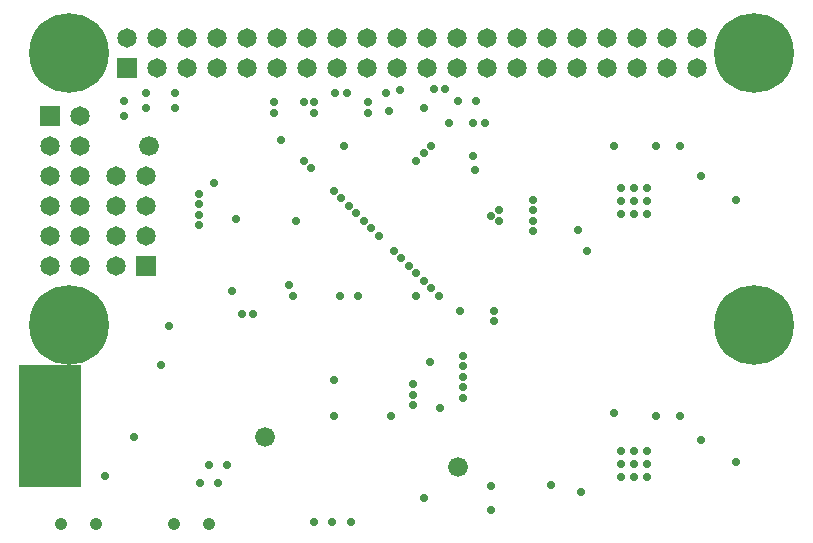
<source format=gbs>
G04 Layer_Color=16711935*
%FSLAX25Y25*%
%MOIN*%
G70*
G01*
G75*
%ADD99R,0.20600X0.40600*%
%ADD111C,0.06600*%
%ADD112C,0.06506*%
%ADD113R,0.06506X0.06506*%
%ADD114C,0.26575*%
%ADD115C,0.04143*%
%ADD116C,0.02800*%
D99*
X10500Y39000D02*
D03*
D111*
X43500Y132500D02*
D03*
X146500Y25500D02*
D03*
X82000Y35500D02*
D03*
D112*
X32500Y122500D02*
D03*
X42500Y122500D02*
D03*
X32500Y112500D02*
D03*
X42500D02*
D03*
X32500Y102500D02*
D03*
X42500D02*
D03*
X32500Y92500D02*
D03*
X46000Y158500D02*
D03*
X56000Y158500D02*
D03*
X66000D02*
D03*
X76000Y158500D02*
D03*
X86000D02*
D03*
X96000D02*
D03*
X106000Y158500D02*
D03*
X116000D02*
D03*
X126000Y158500D02*
D03*
X136000D02*
D03*
X146000Y158500D02*
D03*
X156000D02*
D03*
X166000Y158500D02*
D03*
X176000D02*
D03*
X186000D02*
D03*
X196000Y158500D02*
D03*
X206000D02*
D03*
X216000Y158500D02*
D03*
X226000D02*
D03*
X36000Y168500D02*
D03*
X46000D02*
D03*
X56000D02*
D03*
X66000D02*
D03*
X76000D02*
D03*
X86000D02*
D03*
X96000D02*
D03*
X106000D02*
D03*
X116000D02*
D03*
X126000D02*
D03*
X136000D02*
D03*
X146000D02*
D03*
X156000D02*
D03*
X166000D02*
D03*
X176000D02*
D03*
X186000D02*
D03*
X196000D02*
D03*
X206000D02*
D03*
X216000D02*
D03*
X226000D02*
D03*
X20500Y92500D02*
D03*
X10500D02*
D03*
X20500Y102500D02*
D03*
X10500Y102500D02*
D03*
X20500Y112500D02*
D03*
X10500Y112500D02*
D03*
X20500Y122500D02*
D03*
X10500D02*
D03*
X20500Y132500D02*
D03*
X10500D02*
D03*
X20500Y142500D02*
D03*
D113*
X42500Y92500D02*
D03*
X36000Y158500D02*
D03*
X10500Y142500D02*
D03*
D114*
X245173Y163500D02*
D03*
X245173Y72949D02*
D03*
X16827Y163500D02*
D03*
Y72949D02*
D03*
D115*
X14095Y6500D02*
D03*
X25905D02*
D03*
X51595D02*
D03*
X63406D02*
D03*
D116*
X200669Y118331D02*
D03*
X209331D02*
D03*
X200669Y109669D02*
D03*
X200669Y114000D02*
D03*
X209331Y109669D02*
D03*
Y114000D02*
D03*
X205000Y118331D02*
D03*
Y109669D02*
D03*
Y114000D02*
D03*
X200669Y22169D02*
D03*
Y26500D02*
D03*
Y30831D02*
D03*
X205000Y22169D02*
D03*
Y26500D02*
D03*
Y30831D02*
D03*
X209331Y22169D02*
D03*
X209331Y26500D02*
D03*
X209331Y30831D02*
D03*
X239000Y27000D02*
D03*
X198500Y43500D02*
D03*
Y132500D02*
D03*
X148000Y62500D02*
D03*
X158500Y74000D02*
D03*
Y77500D02*
D03*
X147000D02*
D03*
X148000Y59000D02*
D03*
Y55500D02*
D03*
X137000Y60500D02*
D03*
X131500Y46000D02*
D03*
Y49500D02*
D03*
Y53000D02*
D03*
X124000Y42500D02*
D03*
X148000Y52000D02*
D03*
Y48500D02*
D03*
X140500Y45000D02*
D03*
X146500Y147500D02*
D03*
X143500Y140000D02*
D03*
X151500Y129000D02*
D03*
X152000Y124500D02*
D03*
X152500Y147500D02*
D03*
X138500Y151500D02*
D03*
X98500Y147000D02*
D03*
Y143500D02*
D03*
X105000Y117500D02*
D03*
X78000Y76500D02*
D03*
X107500Y115000D02*
D03*
X110000Y112500D02*
D03*
X112500Y110000D02*
D03*
X115000Y107500D02*
D03*
X108500Y132500D02*
D03*
X87500Y134500D02*
D03*
X50000Y72500D02*
D03*
X60500Y20000D02*
D03*
X132500Y82500D02*
D03*
X113000D02*
D03*
X107000D02*
D03*
X91500D02*
D03*
X90000Y86000D02*
D03*
X92500Y107500D02*
D03*
X74500Y76500D02*
D03*
X71000Y84000D02*
D03*
X60000Y106000D02*
D03*
Y109500D02*
D03*
Y113000D02*
D03*
Y116500D02*
D03*
X65000Y120000D02*
D03*
X72500Y108000D02*
D03*
X97500Y125000D02*
D03*
X95000Y127500D02*
D03*
X125000Y97500D02*
D03*
X127500Y95000D02*
D03*
X130000Y92500D02*
D03*
X132500Y90000D02*
D03*
X135000Y87500D02*
D03*
X137500Y85000D02*
D03*
X140000Y82500D02*
D03*
X66500Y20000D02*
D03*
X69500Y26000D02*
D03*
X63500D02*
D03*
X38500Y35500D02*
D03*
X157500Y109000D02*
D03*
X160000Y107500D02*
D03*
Y111000D02*
D03*
X171500Y104000D02*
D03*
Y107500D02*
D03*
Y111000D02*
D03*
Y114500D02*
D03*
X186500Y104500D02*
D03*
X122500Y150000D02*
D03*
X155500Y140000D02*
D03*
X151500D02*
D03*
X189500Y97500D02*
D03*
X220500Y132500D02*
D03*
X212500D02*
D03*
X227500Y122500D02*
D03*
X220500Y42500D02*
D03*
X212500D02*
D03*
X227500Y34500D02*
D03*
X177500Y19500D02*
D03*
X187500Y17000D02*
D03*
X42500Y150000D02*
D03*
X52000D02*
D03*
X35000Y147500D02*
D03*
Y142500D02*
D03*
X85000Y143500D02*
D03*
X137500Y132500D02*
D03*
X135000Y130000D02*
D03*
X42500Y145000D02*
D03*
X52000D02*
D03*
X117500Y105000D02*
D03*
X120000Y102500D02*
D03*
X239000Y114500D02*
D03*
X132500Y127500D02*
D03*
X135000Y145000D02*
D03*
X142000Y151500D02*
D03*
X105500Y149969D02*
D03*
X127000Y151000D02*
D03*
X123500Y144000D02*
D03*
X116500Y143500D02*
D03*
Y147000D02*
D03*
X109500Y150000D02*
D03*
X95000Y147000D02*
D03*
X85000D02*
D03*
X28858Y22358D02*
D03*
X47547Y59547D02*
D03*
X110850Y7150D02*
D03*
X104500Y7000D02*
D03*
X98500D02*
D03*
X135000Y15000D02*
D03*
X157500Y11000D02*
D03*
Y19000D02*
D03*
X105000Y54500D02*
D03*
Y42500D02*
D03*
M02*

</source>
